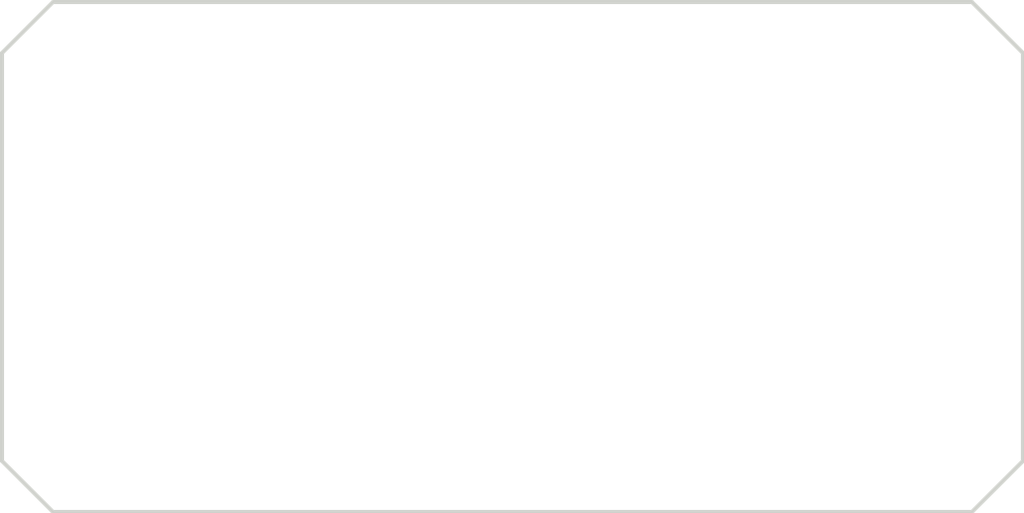
<source format=kicad_pcb>
(kicad_pcb (version 20211014) (generator pcbnew)

  (general
    (thickness 1.6)
  )

  (paper "A4")
  (layers
    (0 "F.Cu" signal)
    (31 "B.Cu" signal)
    (32 "B.Adhes" user "B.Adhesive")
    (33 "F.Adhes" user "F.Adhesive")
    (34 "B.Paste" user)
    (35 "F.Paste" user)
    (36 "B.SilkS" user "B.Silkscreen")
    (37 "F.SilkS" user "F.Silkscreen")
    (38 "B.Mask" user)
    (39 "F.Mask" user)
    (40 "Dwgs.User" user "User.Drawings")
    (41 "Cmts.User" user "User.Comments")
    (42 "Eco1.User" user "User.Eco1")
    (43 "Eco2.User" user "User.Eco2")
    (44 "Edge.Cuts" user)
    (45 "Margin" user)
    (46 "B.CrtYd" user "B.Courtyard")
    (47 "F.CrtYd" user "F.Courtyard")
    (48 "B.Fab" user)
    (49 "F.Fab" user)
    (50 "User.1" user)
    (51 "User.2" user)
    (52 "User.3" user)
    (53 "User.4" user)
    (54 "User.5" user)
    (55 "User.6" user)
    (56 "User.7" user)
    (57 "User.8" user)
    (58 "User.9" user)
  )

  (setup
    (pad_to_mask_clearance 0)
    (aux_axis_origin 139.7 114.3)
    (pcbplotparams
      (layerselection 0x00010fc_ffffffff)
      (disableapertmacros false)
      (usegerberextensions false)
      (usegerberattributes true)
      (usegerberadvancedattributes true)
      (creategerberjobfile true)
      (svguseinch false)
      (svgprecision 6)
      (excludeedgelayer true)
      (plotframeref false)
      (viasonmask false)
      (mode 1)
      (useauxorigin false)
      (hpglpennumber 1)
      (hpglpenspeed 20)
      (hpglpendiameter 15.000000)
      (dxfpolygonmode true)
      (dxfimperialunits true)
      (dxfusepcbnewfont true)
      (psnegative false)
      (psa4output false)
      (plotreference true)
      (plotvalue true)
      (plotinvisibletext false)
      (sketchpadsonfab false)
      (subtractmaskfromsilk false)
      (outputformat 1)
      (mirror false)
      (drillshape 1)
      (scaleselection 1)
      (outputdirectory "")
    )
  )

  (net 0 "")

  (gr_line (start 165.1 102.87) (end 165.1 113.03) (layer "Edge.Cuts") (width 0.1) (tstamp 2a13a351-9f68-4051-9b24-cffe5d171409))
  (gr_line (start 139.7 113.03) (end 140.97 114.3) (layer "Edge.Cuts") (width 0.1) (tstamp a5f5239b-b6a9-4183-b311-08a77df8ff62))
  (gr_line (start 165.1 113.03) (end 163.83 114.3) (layer "Edge.Cuts") (width 0.1) (tstamp b038e500-4e71-47b0-871e-8dc9ae3afd63))
  (gr_line (start 163.83 114.3) (end 140.97 114.3) (layer "Edge.Cuts") (width 0.1) (tstamp b21f0ebb-5677-4d12-b7d4-2a9d6de7b3f0))
  (gr_line (start 163.83 101.6) (end 165.1 102.87) (layer "Edge.Cuts") (width 0.1) (tstamp c0ea6705-a81e-495d-9610-5420b7ed9a71))
  (gr_line (start 139.7 113.03) (end 139.7 102.87) (layer "Edge.Cuts") (width 0.1) (tstamp ce446aee-3caf-4ea4-84d9-ed5753ad8fdb))
  (gr_line (start 140.97 101.6) (end 163.83 101.6) (layer "Edge.Cuts") (width 0.1) (tstamp d85c6ab8-de7a-47d8-a136-3537a884a652))
  (gr_line (start 139.7 102.87) (end 140.97 101.6) (layer "Edge.Cuts") (width 0.1) (tstamp fb9d0eae-4c55-4b04-98c0-2b632b55b003))

)

</source>
